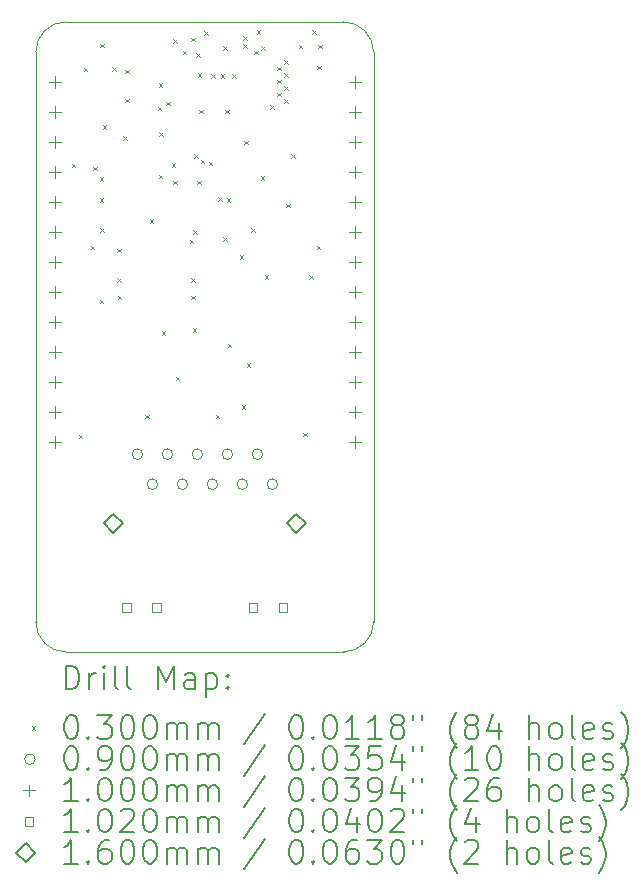
<source format=gbr>
%FSLAX45Y45*%
G04 Gerber Fmt 4.5, Leading zero omitted, Abs format (unit mm)*
G04 Created by KiCad (PCBNEW (6.0.4)) date 2022-11-09 23:24:06*
%MOMM*%
%LPD*%
G01*
G04 APERTURE LIST*
%TA.AperFunction,Profile*%
%ADD10C,0.100000*%
%TD*%
%ADD11C,0.200000*%
%ADD12C,0.030000*%
%ADD13C,0.090000*%
%ADD14C,0.100000*%
%ADD15C,0.102000*%
%ADD16C,0.160000*%
G04 APERTURE END LIST*
D10*
X4726000Y-2540000D02*
X2374000Y-2540000D01*
X2374000Y-2540000D02*
G75*
G03*
X2120000Y-2794000I0J-254000D01*
G01*
X4980000Y-2794000D02*
G75*
G03*
X4726000Y-2540000I-254000J0D01*
G01*
X4726000Y-7874000D02*
G75*
G03*
X4980000Y-7620000I0J254000D01*
G01*
X2120000Y-7620000D02*
G75*
G03*
X2374000Y-7874000I254000J0D01*
G01*
X2120000Y-2794000D02*
X2120000Y-7620000D01*
X2374000Y-7874000D02*
X4726000Y-7874000D01*
X4980000Y-7620000D02*
X4980000Y-2794000D01*
D11*
D12*
X2425000Y-3740050D02*
X2455000Y-3770050D01*
X2455000Y-3740050D02*
X2425000Y-3770050D01*
X2485000Y-6035000D02*
X2515000Y-6065000D01*
X2515000Y-6035000D02*
X2485000Y-6065000D01*
X2527500Y-2926910D02*
X2557500Y-2956910D01*
X2557500Y-2926910D02*
X2527500Y-2956910D01*
X2585000Y-4435000D02*
X2615000Y-4465000D01*
X2615000Y-4435000D02*
X2585000Y-4465000D01*
X2605244Y-3765000D02*
X2635244Y-3795000D01*
X2635244Y-3765000D02*
X2605244Y-3795000D01*
X2660000Y-4035000D02*
X2690000Y-4065000D01*
X2690000Y-4035000D02*
X2660000Y-4065000D01*
X2660000Y-4892550D02*
X2690000Y-4922550D01*
X2690000Y-4892550D02*
X2660000Y-4922550D01*
X2660194Y-3855000D02*
X2690194Y-3885000D01*
X2690194Y-3855000D02*
X2660194Y-3885000D01*
X2665000Y-2725000D02*
X2695000Y-2755000D01*
X2695000Y-2725000D02*
X2665000Y-2755000D01*
X2665000Y-4285000D02*
X2695000Y-4315000D01*
X2695000Y-4285000D02*
X2665000Y-4315000D01*
X2685000Y-3415000D02*
X2715000Y-3445000D01*
X2715000Y-3415000D02*
X2685000Y-3445000D01*
X2765000Y-2925000D02*
X2795000Y-2955000D01*
X2795000Y-2925000D02*
X2765000Y-2955000D01*
X2810000Y-4710000D02*
X2840000Y-4740000D01*
X2840000Y-4710000D02*
X2810000Y-4740000D01*
X2811356Y-4461356D02*
X2841356Y-4491356D01*
X2841356Y-4461356D02*
X2811356Y-4491356D01*
X2813122Y-4860000D02*
X2843122Y-4890000D01*
X2843122Y-4860000D02*
X2813122Y-4890000D01*
X2860000Y-3510000D02*
X2890000Y-3540000D01*
X2890000Y-3510000D02*
X2860000Y-3540000D01*
X2875000Y-2945000D02*
X2905000Y-2975000D01*
X2905000Y-2945000D02*
X2875000Y-2975000D01*
X2878644Y-3188644D02*
X2908644Y-3218644D01*
X2908644Y-3188644D02*
X2878644Y-3218644D01*
X3045000Y-5865000D02*
X3075000Y-5895000D01*
X3075000Y-5865000D02*
X3045000Y-5895000D01*
X3085000Y-4210000D02*
X3115000Y-4240000D01*
X3115000Y-4210000D02*
X3085000Y-4240000D01*
X3151167Y-3259545D02*
X3181167Y-3289545D01*
X3181167Y-3259545D02*
X3151167Y-3289545D01*
X3160000Y-3060000D02*
X3190000Y-3090000D01*
X3190000Y-3060000D02*
X3160000Y-3090000D01*
X3160000Y-3835000D02*
X3190000Y-3865000D01*
X3190000Y-3835000D02*
X3160000Y-3865000D01*
X3165000Y-3475000D02*
X3195000Y-3505000D01*
X3195000Y-3475000D02*
X3165000Y-3505000D01*
X3185000Y-5160000D02*
X3215000Y-5190000D01*
X3215000Y-5160000D02*
X3185000Y-5190000D01*
X3225000Y-3215000D02*
X3255000Y-3245000D01*
X3255000Y-3215000D02*
X3225000Y-3245000D01*
X3270050Y-3735000D02*
X3300050Y-3765000D01*
X3300050Y-3735000D02*
X3270050Y-3765000D01*
X3285000Y-2685000D02*
X3315000Y-2715000D01*
X3315000Y-2685000D02*
X3285000Y-2715000D01*
X3285000Y-3885000D02*
X3315000Y-3915000D01*
X3315000Y-3885000D02*
X3285000Y-3915000D01*
X3305000Y-5545000D02*
X3335000Y-5575000D01*
X3335000Y-5545000D02*
X3305000Y-5575000D01*
X3365000Y-2785000D02*
X3395000Y-2815000D01*
X3395000Y-2785000D02*
X3365000Y-2815000D01*
X3425000Y-4385000D02*
X3455000Y-4415000D01*
X3455000Y-4385000D02*
X3425000Y-4415000D01*
X3435000Y-2675000D02*
X3465000Y-2705000D01*
X3465000Y-2675000D02*
X3435000Y-2705000D01*
X3435000Y-4710000D02*
X3465000Y-4740000D01*
X3465000Y-4710000D02*
X3435000Y-4740000D01*
X3435000Y-4860000D02*
X3465000Y-4890000D01*
X3465000Y-4860000D02*
X3435000Y-4890000D01*
X3448051Y-5133389D02*
X3478051Y-5163389D01*
X3478051Y-5133389D02*
X3448051Y-5163389D01*
X3455000Y-4305000D02*
X3485000Y-4335000D01*
X3485000Y-4305000D02*
X3455000Y-4335000D01*
X3460000Y-3660000D02*
X3490000Y-3690000D01*
X3490000Y-3660000D02*
X3460000Y-3690000D01*
X3479950Y-2805000D02*
X3509950Y-2835000D01*
X3509950Y-2805000D02*
X3479950Y-2835000D01*
X3486354Y-3883815D02*
X3516354Y-3913815D01*
X3516354Y-3883815D02*
X3486354Y-3913815D01*
X3490859Y-2975985D02*
X3520859Y-3005985D01*
X3520859Y-2975985D02*
X3490859Y-3005985D01*
X3505000Y-3285000D02*
X3535000Y-3315000D01*
X3535000Y-3285000D02*
X3505000Y-3315000D01*
X3517519Y-3706580D02*
X3547519Y-3736580D01*
X3547519Y-3706580D02*
X3517519Y-3736580D01*
X3545000Y-2620050D02*
X3575000Y-2650050D01*
X3575000Y-2620050D02*
X3545000Y-2650050D01*
X3585000Y-3725000D02*
X3615000Y-3755000D01*
X3615000Y-3725000D02*
X3585000Y-3755000D01*
X3605000Y-2985000D02*
X3635000Y-3015000D01*
X3635000Y-2985000D02*
X3605000Y-3015000D01*
X3645000Y-5865000D02*
X3675000Y-5895000D01*
X3675000Y-5865000D02*
X3645000Y-5895000D01*
X3665000Y-4025000D02*
X3695000Y-4055000D01*
X3695000Y-4025000D02*
X3665000Y-4055000D01*
X3685000Y-2985000D02*
X3715000Y-3015000D01*
X3715000Y-2985000D02*
X3685000Y-3015000D01*
X3705000Y-2745000D02*
X3735000Y-2775000D01*
X3735000Y-2745000D02*
X3705000Y-2775000D01*
X3705000Y-4365000D02*
X3735000Y-4395000D01*
X3735000Y-4365000D02*
X3705000Y-4395000D01*
X3725000Y-3285000D02*
X3755000Y-3315000D01*
X3755000Y-3285000D02*
X3725000Y-3315000D01*
X3735000Y-4035000D02*
X3765000Y-4065000D01*
X3765000Y-4035000D02*
X3735000Y-4065000D01*
X3745000Y-5265000D02*
X3775000Y-5295000D01*
X3775000Y-5265000D02*
X3745000Y-5295000D01*
X3785000Y-2985000D02*
X3815000Y-3015000D01*
X3815000Y-2985000D02*
X3785000Y-3015000D01*
X3845000Y-4515000D02*
X3875000Y-4545000D01*
X3875000Y-4515000D02*
X3845000Y-4545000D01*
X3865000Y-5785000D02*
X3895000Y-5815000D01*
X3895000Y-5785000D02*
X3865000Y-5815000D01*
X3875000Y-2660000D02*
X3905000Y-2690000D01*
X3905000Y-2660000D02*
X3875000Y-2690000D01*
X3875200Y-2730050D02*
X3905200Y-2760050D01*
X3905200Y-2730050D02*
X3875200Y-2760050D01*
X3885000Y-3547550D02*
X3915000Y-3577550D01*
X3915000Y-3547550D02*
X3885000Y-3577550D01*
X3905000Y-5430000D02*
X3935000Y-5460000D01*
X3935000Y-5430000D02*
X3905000Y-5460000D01*
X3945000Y-4285000D02*
X3975000Y-4315000D01*
X3975000Y-4285000D02*
X3945000Y-4315000D01*
X3970050Y-2785000D02*
X4000050Y-2815000D01*
X4000050Y-2785000D02*
X3970050Y-2815000D01*
X3988856Y-2611144D02*
X4018856Y-2641144D01*
X4018856Y-2611144D02*
X3988856Y-2641144D01*
X4025000Y-3845000D02*
X4055000Y-3875000D01*
X4055000Y-3845000D02*
X4025000Y-3875000D01*
X4028232Y-2746169D02*
X4058232Y-2776169D01*
X4058232Y-2746169D02*
X4028232Y-2776169D01*
X4060000Y-4685000D02*
X4090000Y-4715000D01*
X4090000Y-4685000D02*
X4060000Y-4715000D01*
X4105000Y-3245000D02*
X4135000Y-3275000D01*
X4135000Y-3245000D02*
X4105000Y-3275000D01*
X4165000Y-2920150D02*
X4195000Y-2950150D01*
X4195000Y-2920150D02*
X4165000Y-2950150D01*
X4165000Y-3030050D02*
X4195000Y-3060050D01*
X4195000Y-3030050D02*
X4165000Y-3060050D01*
X4165000Y-3139950D02*
X4195000Y-3169950D01*
X4195000Y-3139950D02*
X4165000Y-3169950D01*
X4225000Y-2865000D02*
X4255000Y-2895000D01*
X4255000Y-2865000D02*
X4225000Y-2895000D01*
X4225000Y-2975100D02*
X4255000Y-3005100D01*
X4255000Y-2975100D02*
X4225000Y-3005100D01*
X4225000Y-3085000D02*
X4255000Y-3115000D01*
X4255000Y-3085000D02*
X4225000Y-3115000D01*
X4225000Y-3194900D02*
X4255000Y-3224900D01*
X4255000Y-3194900D02*
X4225000Y-3224900D01*
X4240000Y-4080000D02*
X4270000Y-4110000D01*
X4270000Y-4080000D02*
X4240000Y-4110000D01*
X4284768Y-3662450D02*
X4314768Y-3692450D01*
X4314768Y-3662450D02*
X4284768Y-3692450D01*
X4345000Y-2735099D02*
X4375000Y-2765099D01*
X4375000Y-2735099D02*
X4345000Y-2765099D01*
X4385000Y-6017498D02*
X4415000Y-6047498D01*
X4415000Y-6017498D02*
X4385000Y-6047498D01*
X4435000Y-4685000D02*
X4465000Y-4715000D01*
X4465000Y-4685000D02*
X4435000Y-4715000D01*
X4460000Y-2610000D02*
X4490000Y-2640000D01*
X4490000Y-2610000D02*
X4460000Y-2640000D01*
X4499950Y-4435000D02*
X4529950Y-4465000D01*
X4529950Y-4435000D02*
X4499950Y-4465000D01*
X4505000Y-2909950D02*
X4535000Y-2939950D01*
X4535000Y-2909950D02*
X4505000Y-2939950D01*
X4510000Y-2735000D02*
X4540000Y-2765000D01*
X4540000Y-2735000D02*
X4510000Y-2765000D01*
D13*
X3025000Y-6200000D02*
G75*
G03*
X3025000Y-6200000I-45000J0D01*
G01*
X3152000Y-6454000D02*
G75*
G03*
X3152000Y-6454000I-45000J0D01*
G01*
X3279000Y-6200000D02*
G75*
G03*
X3279000Y-6200000I-45000J0D01*
G01*
X3406000Y-6454000D02*
G75*
G03*
X3406000Y-6454000I-45000J0D01*
G01*
X3533000Y-6200000D02*
G75*
G03*
X3533000Y-6200000I-45000J0D01*
G01*
X3660000Y-6454000D02*
G75*
G03*
X3660000Y-6454000I-45000J0D01*
G01*
X3787000Y-6200000D02*
G75*
G03*
X3787000Y-6200000I-45000J0D01*
G01*
X3914000Y-6454000D02*
G75*
G03*
X3914000Y-6454000I-45000J0D01*
G01*
X4041000Y-6200000D02*
G75*
G03*
X4041000Y-6200000I-45000J0D01*
G01*
X4168000Y-6454000D02*
G75*
G03*
X4168000Y-6454000I-45000J0D01*
G01*
D14*
X2286000Y-2998000D02*
X2286000Y-3098000D01*
X2236000Y-3048000D02*
X2336000Y-3048000D01*
X2286000Y-3252000D02*
X2286000Y-3352000D01*
X2236000Y-3302000D02*
X2336000Y-3302000D01*
X2286000Y-3506000D02*
X2286000Y-3606000D01*
X2236000Y-3556000D02*
X2336000Y-3556000D01*
X2286000Y-3760000D02*
X2286000Y-3860000D01*
X2236000Y-3810000D02*
X2336000Y-3810000D01*
X2286000Y-4014000D02*
X2286000Y-4114000D01*
X2236000Y-4064000D02*
X2336000Y-4064000D01*
X2286000Y-4268000D02*
X2286000Y-4368000D01*
X2236000Y-4318000D02*
X2336000Y-4318000D01*
X2286000Y-4522000D02*
X2286000Y-4622000D01*
X2236000Y-4572000D02*
X2336000Y-4572000D01*
X2286000Y-4776000D02*
X2286000Y-4876000D01*
X2236000Y-4826000D02*
X2336000Y-4826000D01*
X2286000Y-5030000D02*
X2286000Y-5130000D01*
X2236000Y-5080000D02*
X2336000Y-5080000D01*
X2286000Y-5284000D02*
X2286000Y-5384000D01*
X2236000Y-5334000D02*
X2336000Y-5334000D01*
X2286000Y-5538000D02*
X2286000Y-5638000D01*
X2236000Y-5588000D02*
X2336000Y-5588000D01*
X2286000Y-5792000D02*
X2286000Y-5892000D01*
X2236000Y-5842000D02*
X2336000Y-5842000D01*
X2286000Y-6046000D02*
X2286000Y-6146000D01*
X2236000Y-6096000D02*
X2336000Y-6096000D01*
X4826000Y-2998000D02*
X4826000Y-3098000D01*
X4776000Y-3048000D02*
X4876000Y-3048000D01*
X4826000Y-3252000D02*
X4826000Y-3352000D01*
X4776000Y-3302000D02*
X4876000Y-3302000D01*
X4826000Y-3506000D02*
X4826000Y-3606000D01*
X4776000Y-3556000D02*
X4876000Y-3556000D01*
X4826000Y-3760000D02*
X4826000Y-3860000D01*
X4776000Y-3810000D02*
X4876000Y-3810000D01*
X4826000Y-4014000D02*
X4826000Y-4114000D01*
X4776000Y-4064000D02*
X4876000Y-4064000D01*
X4826000Y-4268000D02*
X4826000Y-4368000D01*
X4776000Y-4318000D02*
X4876000Y-4318000D01*
X4826000Y-4522000D02*
X4826000Y-4622000D01*
X4776000Y-4572000D02*
X4876000Y-4572000D01*
X4826000Y-4776000D02*
X4826000Y-4876000D01*
X4776000Y-4826000D02*
X4876000Y-4826000D01*
X4826000Y-5030000D02*
X4826000Y-5130000D01*
X4776000Y-5080000D02*
X4876000Y-5080000D01*
X4826000Y-5284000D02*
X4826000Y-5384000D01*
X4776000Y-5334000D02*
X4876000Y-5334000D01*
X4826000Y-5538000D02*
X4826000Y-5638000D01*
X4776000Y-5588000D02*
X4876000Y-5588000D01*
X4826000Y-5792000D02*
X4826000Y-5892000D01*
X4776000Y-5842000D02*
X4876000Y-5842000D01*
X4826000Y-6046000D02*
X4826000Y-6146000D01*
X4776000Y-6096000D02*
X4876000Y-6096000D01*
D15*
X2924563Y-7533063D02*
X2924563Y-7460937D01*
X2852437Y-7460937D01*
X2852437Y-7533063D01*
X2924563Y-7533063D01*
X3178563Y-7533063D02*
X3178563Y-7460937D01*
X3106437Y-7460937D01*
X3106437Y-7533063D01*
X3178563Y-7533063D01*
X3996563Y-7533063D02*
X3996563Y-7460937D01*
X3924437Y-7460937D01*
X3924437Y-7533063D01*
X3996563Y-7533063D01*
X4250563Y-7533063D02*
X4250563Y-7460937D01*
X4178437Y-7460937D01*
X4178437Y-7533063D01*
X4250563Y-7533063D01*
D16*
X2777000Y-6864000D02*
X2857000Y-6784000D01*
X2777000Y-6704000D01*
X2697000Y-6784000D01*
X2777000Y-6864000D01*
X4326000Y-6864000D02*
X4406000Y-6784000D01*
X4326000Y-6704000D01*
X4246000Y-6784000D01*
X4326000Y-6864000D01*
D11*
X2372619Y-8189476D02*
X2372619Y-7989476D01*
X2420238Y-7989476D01*
X2448810Y-7999000D01*
X2467857Y-8018048D01*
X2477381Y-8037095D01*
X2486905Y-8075190D01*
X2486905Y-8103762D01*
X2477381Y-8141857D01*
X2467857Y-8160905D01*
X2448810Y-8179952D01*
X2420238Y-8189476D01*
X2372619Y-8189476D01*
X2572619Y-8189476D02*
X2572619Y-8056143D01*
X2572619Y-8094238D02*
X2582143Y-8075190D01*
X2591667Y-8065667D01*
X2610714Y-8056143D01*
X2629762Y-8056143D01*
X2696429Y-8189476D02*
X2696429Y-8056143D01*
X2696429Y-7989476D02*
X2686905Y-7999000D01*
X2696429Y-8008524D01*
X2705952Y-7999000D01*
X2696429Y-7989476D01*
X2696429Y-8008524D01*
X2820238Y-8189476D02*
X2801190Y-8179952D01*
X2791667Y-8160905D01*
X2791667Y-7989476D01*
X2925000Y-8189476D02*
X2905952Y-8179952D01*
X2896428Y-8160905D01*
X2896428Y-7989476D01*
X3153571Y-8189476D02*
X3153571Y-7989476D01*
X3220238Y-8132333D01*
X3286905Y-7989476D01*
X3286905Y-8189476D01*
X3467857Y-8189476D02*
X3467857Y-8084714D01*
X3458333Y-8065667D01*
X3439286Y-8056143D01*
X3401190Y-8056143D01*
X3382143Y-8065667D01*
X3467857Y-8179952D02*
X3448809Y-8189476D01*
X3401190Y-8189476D01*
X3382143Y-8179952D01*
X3372619Y-8160905D01*
X3372619Y-8141857D01*
X3382143Y-8122809D01*
X3401190Y-8113286D01*
X3448809Y-8113286D01*
X3467857Y-8103762D01*
X3563095Y-8056143D02*
X3563095Y-8256143D01*
X3563095Y-8065667D02*
X3582143Y-8056143D01*
X3620238Y-8056143D01*
X3639286Y-8065667D01*
X3648809Y-8075190D01*
X3658333Y-8094238D01*
X3658333Y-8151381D01*
X3648809Y-8170428D01*
X3639286Y-8179952D01*
X3620238Y-8189476D01*
X3582143Y-8189476D01*
X3563095Y-8179952D01*
X3744048Y-8170428D02*
X3753571Y-8179952D01*
X3744048Y-8189476D01*
X3734524Y-8179952D01*
X3744048Y-8170428D01*
X3744048Y-8189476D01*
X3744048Y-8065667D02*
X3753571Y-8075190D01*
X3744048Y-8084714D01*
X3734524Y-8075190D01*
X3744048Y-8065667D01*
X3744048Y-8084714D01*
D12*
X2085000Y-8504000D02*
X2115000Y-8534000D01*
X2115000Y-8504000D02*
X2085000Y-8534000D01*
D11*
X2410714Y-8409476D02*
X2429762Y-8409476D01*
X2448810Y-8419000D01*
X2458333Y-8428524D01*
X2467857Y-8447571D01*
X2477381Y-8485667D01*
X2477381Y-8533286D01*
X2467857Y-8571381D01*
X2458333Y-8590429D01*
X2448810Y-8599952D01*
X2429762Y-8609476D01*
X2410714Y-8609476D01*
X2391667Y-8599952D01*
X2382143Y-8590429D01*
X2372619Y-8571381D01*
X2363095Y-8533286D01*
X2363095Y-8485667D01*
X2372619Y-8447571D01*
X2382143Y-8428524D01*
X2391667Y-8419000D01*
X2410714Y-8409476D01*
X2563095Y-8590429D02*
X2572619Y-8599952D01*
X2563095Y-8609476D01*
X2553571Y-8599952D01*
X2563095Y-8590429D01*
X2563095Y-8609476D01*
X2639286Y-8409476D02*
X2763095Y-8409476D01*
X2696429Y-8485667D01*
X2725000Y-8485667D01*
X2744048Y-8495190D01*
X2753571Y-8504714D01*
X2763095Y-8523762D01*
X2763095Y-8571381D01*
X2753571Y-8590429D01*
X2744048Y-8599952D01*
X2725000Y-8609476D01*
X2667857Y-8609476D01*
X2648810Y-8599952D01*
X2639286Y-8590429D01*
X2886905Y-8409476D02*
X2905952Y-8409476D01*
X2925000Y-8419000D01*
X2934524Y-8428524D01*
X2944048Y-8447571D01*
X2953571Y-8485667D01*
X2953571Y-8533286D01*
X2944048Y-8571381D01*
X2934524Y-8590429D01*
X2925000Y-8599952D01*
X2905952Y-8609476D01*
X2886905Y-8609476D01*
X2867857Y-8599952D01*
X2858333Y-8590429D01*
X2848809Y-8571381D01*
X2839286Y-8533286D01*
X2839286Y-8485667D01*
X2848809Y-8447571D01*
X2858333Y-8428524D01*
X2867857Y-8419000D01*
X2886905Y-8409476D01*
X3077381Y-8409476D02*
X3096428Y-8409476D01*
X3115476Y-8419000D01*
X3125000Y-8428524D01*
X3134524Y-8447571D01*
X3144048Y-8485667D01*
X3144048Y-8533286D01*
X3134524Y-8571381D01*
X3125000Y-8590429D01*
X3115476Y-8599952D01*
X3096428Y-8609476D01*
X3077381Y-8609476D01*
X3058333Y-8599952D01*
X3048809Y-8590429D01*
X3039286Y-8571381D01*
X3029762Y-8533286D01*
X3029762Y-8485667D01*
X3039286Y-8447571D01*
X3048809Y-8428524D01*
X3058333Y-8419000D01*
X3077381Y-8409476D01*
X3229762Y-8609476D02*
X3229762Y-8476143D01*
X3229762Y-8495190D02*
X3239286Y-8485667D01*
X3258333Y-8476143D01*
X3286905Y-8476143D01*
X3305952Y-8485667D01*
X3315476Y-8504714D01*
X3315476Y-8609476D01*
X3315476Y-8504714D02*
X3325000Y-8485667D01*
X3344048Y-8476143D01*
X3372619Y-8476143D01*
X3391667Y-8485667D01*
X3401190Y-8504714D01*
X3401190Y-8609476D01*
X3496428Y-8609476D02*
X3496428Y-8476143D01*
X3496428Y-8495190D02*
X3505952Y-8485667D01*
X3525000Y-8476143D01*
X3553571Y-8476143D01*
X3572619Y-8485667D01*
X3582143Y-8504714D01*
X3582143Y-8609476D01*
X3582143Y-8504714D02*
X3591667Y-8485667D01*
X3610714Y-8476143D01*
X3639286Y-8476143D01*
X3658333Y-8485667D01*
X3667857Y-8504714D01*
X3667857Y-8609476D01*
X4058333Y-8399952D02*
X3886905Y-8657095D01*
X4315476Y-8409476D02*
X4334524Y-8409476D01*
X4353571Y-8419000D01*
X4363095Y-8428524D01*
X4372619Y-8447571D01*
X4382143Y-8485667D01*
X4382143Y-8533286D01*
X4372619Y-8571381D01*
X4363095Y-8590429D01*
X4353571Y-8599952D01*
X4334524Y-8609476D01*
X4315476Y-8609476D01*
X4296429Y-8599952D01*
X4286905Y-8590429D01*
X4277381Y-8571381D01*
X4267857Y-8533286D01*
X4267857Y-8485667D01*
X4277381Y-8447571D01*
X4286905Y-8428524D01*
X4296429Y-8419000D01*
X4315476Y-8409476D01*
X4467857Y-8590429D02*
X4477381Y-8599952D01*
X4467857Y-8609476D01*
X4458333Y-8599952D01*
X4467857Y-8590429D01*
X4467857Y-8609476D01*
X4601190Y-8409476D02*
X4620238Y-8409476D01*
X4639286Y-8419000D01*
X4648810Y-8428524D01*
X4658333Y-8447571D01*
X4667857Y-8485667D01*
X4667857Y-8533286D01*
X4658333Y-8571381D01*
X4648810Y-8590429D01*
X4639286Y-8599952D01*
X4620238Y-8609476D01*
X4601190Y-8609476D01*
X4582143Y-8599952D01*
X4572619Y-8590429D01*
X4563095Y-8571381D01*
X4553571Y-8533286D01*
X4553571Y-8485667D01*
X4563095Y-8447571D01*
X4572619Y-8428524D01*
X4582143Y-8419000D01*
X4601190Y-8409476D01*
X4858333Y-8609476D02*
X4744048Y-8609476D01*
X4801190Y-8609476D02*
X4801190Y-8409476D01*
X4782143Y-8438048D01*
X4763095Y-8457095D01*
X4744048Y-8466619D01*
X5048810Y-8609476D02*
X4934524Y-8609476D01*
X4991667Y-8609476D02*
X4991667Y-8409476D01*
X4972619Y-8438048D01*
X4953571Y-8457095D01*
X4934524Y-8466619D01*
X5163095Y-8495190D02*
X5144048Y-8485667D01*
X5134524Y-8476143D01*
X5125000Y-8457095D01*
X5125000Y-8447571D01*
X5134524Y-8428524D01*
X5144048Y-8419000D01*
X5163095Y-8409476D01*
X5201190Y-8409476D01*
X5220238Y-8419000D01*
X5229762Y-8428524D01*
X5239286Y-8447571D01*
X5239286Y-8457095D01*
X5229762Y-8476143D01*
X5220238Y-8485667D01*
X5201190Y-8495190D01*
X5163095Y-8495190D01*
X5144048Y-8504714D01*
X5134524Y-8514238D01*
X5125000Y-8533286D01*
X5125000Y-8571381D01*
X5134524Y-8590429D01*
X5144048Y-8599952D01*
X5163095Y-8609476D01*
X5201190Y-8609476D01*
X5220238Y-8599952D01*
X5229762Y-8590429D01*
X5239286Y-8571381D01*
X5239286Y-8533286D01*
X5229762Y-8514238D01*
X5220238Y-8504714D01*
X5201190Y-8495190D01*
X5315476Y-8409476D02*
X5315476Y-8447571D01*
X5391667Y-8409476D02*
X5391667Y-8447571D01*
X5686905Y-8685667D02*
X5677381Y-8676143D01*
X5658333Y-8647571D01*
X5648809Y-8628524D01*
X5639286Y-8599952D01*
X5629762Y-8552333D01*
X5629762Y-8514238D01*
X5639286Y-8466619D01*
X5648809Y-8438048D01*
X5658333Y-8419000D01*
X5677381Y-8390429D01*
X5686905Y-8380905D01*
X5791667Y-8495190D02*
X5772619Y-8485667D01*
X5763095Y-8476143D01*
X5753571Y-8457095D01*
X5753571Y-8447571D01*
X5763095Y-8428524D01*
X5772619Y-8419000D01*
X5791667Y-8409476D01*
X5829762Y-8409476D01*
X5848809Y-8419000D01*
X5858333Y-8428524D01*
X5867857Y-8447571D01*
X5867857Y-8457095D01*
X5858333Y-8476143D01*
X5848809Y-8485667D01*
X5829762Y-8495190D01*
X5791667Y-8495190D01*
X5772619Y-8504714D01*
X5763095Y-8514238D01*
X5753571Y-8533286D01*
X5753571Y-8571381D01*
X5763095Y-8590429D01*
X5772619Y-8599952D01*
X5791667Y-8609476D01*
X5829762Y-8609476D01*
X5848809Y-8599952D01*
X5858333Y-8590429D01*
X5867857Y-8571381D01*
X5867857Y-8533286D01*
X5858333Y-8514238D01*
X5848809Y-8504714D01*
X5829762Y-8495190D01*
X6039286Y-8476143D02*
X6039286Y-8609476D01*
X5991667Y-8399952D02*
X5944048Y-8542810D01*
X6067857Y-8542810D01*
X6296428Y-8609476D02*
X6296428Y-8409476D01*
X6382143Y-8609476D02*
X6382143Y-8504714D01*
X6372619Y-8485667D01*
X6353571Y-8476143D01*
X6325000Y-8476143D01*
X6305952Y-8485667D01*
X6296428Y-8495190D01*
X6505952Y-8609476D02*
X6486905Y-8599952D01*
X6477381Y-8590429D01*
X6467857Y-8571381D01*
X6467857Y-8514238D01*
X6477381Y-8495190D01*
X6486905Y-8485667D01*
X6505952Y-8476143D01*
X6534524Y-8476143D01*
X6553571Y-8485667D01*
X6563095Y-8495190D01*
X6572619Y-8514238D01*
X6572619Y-8571381D01*
X6563095Y-8590429D01*
X6553571Y-8599952D01*
X6534524Y-8609476D01*
X6505952Y-8609476D01*
X6686905Y-8609476D02*
X6667857Y-8599952D01*
X6658333Y-8580905D01*
X6658333Y-8409476D01*
X6839286Y-8599952D02*
X6820238Y-8609476D01*
X6782143Y-8609476D01*
X6763095Y-8599952D01*
X6753571Y-8580905D01*
X6753571Y-8504714D01*
X6763095Y-8485667D01*
X6782143Y-8476143D01*
X6820238Y-8476143D01*
X6839286Y-8485667D01*
X6848809Y-8504714D01*
X6848809Y-8523762D01*
X6753571Y-8542810D01*
X6925000Y-8599952D02*
X6944048Y-8609476D01*
X6982143Y-8609476D01*
X7001190Y-8599952D01*
X7010714Y-8580905D01*
X7010714Y-8571381D01*
X7001190Y-8552333D01*
X6982143Y-8542810D01*
X6953571Y-8542810D01*
X6934524Y-8533286D01*
X6925000Y-8514238D01*
X6925000Y-8504714D01*
X6934524Y-8485667D01*
X6953571Y-8476143D01*
X6982143Y-8476143D01*
X7001190Y-8485667D01*
X7077381Y-8685667D02*
X7086905Y-8676143D01*
X7105952Y-8647571D01*
X7115476Y-8628524D01*
X7125000Y-8599952D01*
X7134524Y-8552333D01*
X7134524Y-8514238D01*
X7125000Y-8466619D01*
X7115476Y-8438048D01*
X7105952Y-8419000D01*
X7086905Y-8390429D01*
X7077381Y-8380905D01*
D13*
X2115000Y-8783000D02*
G75*
G03*
X2115000Y-8783000I-45000J0D01*
G01*
D11*
X2410714Y-8673476D02*
X2429762Y-8673476D01*
X2448810Y-8683000D01*
X2458333Y-8692524D01*
X2467857Y-8711571D01*
X2477381Y-8749667D01*
X2477381Y-8797286D01*
X2467857Y-8835381D01*
X2458333Y-8854429D01*
X2448810Y-8863952D01*
X2429762Y-8873476D01*
X2410714Y-8873476D01*
X2391667Y-8863952D01*
X2382143Y-8854429D01*
X2372619Y-8835381D01*
X2363095Y-8797286D01*
X2363095Y-8749667D01*
X2372619Y-8711571D01*
X2382143Y-8692524D01*
X2391667Y-8683000D01*
X2410714Y-8673476D01*
X2563095Y-8854429D02*
X2572619Y-8863952D01*
X2563095Y-8873476D01*
X2553571Y-8863952D01*
X2563095Y-8854429D01*
X2563095Y-8873476D01*
X2667857Y-8873476D02*
X2705952Y-8873476D01*
X2725000Y-8863952D01*
X2734524Y-8854429D01*
X2753571Y-8825857D01*
X2763095Y-8787762D01*
X2763095Y-8711571D01*
X2753571Y-8692524D01*
X2744048Y-8683000D01*
X2725000Y-8673476D01*
X2686905Y-8673476D01*
X2667857Y-8683000D01*
X2658333Y-8692524D01*
X2648810Y-8711571D01*
X2648810Y-8759190D01*
X2658333Y-8778238D01*
X2667857Y-8787762D01*
X2686905Y-8797286D01*
X2725000Y-8797286D01*
X2744048Y-8787762D01*
X2753571Y-8778238D01*
X2763095Y-8759190D01*
X2886905Y-8673476D02*
X2905952Y-8673476D01*
X2925000Y-8683000D01*
X2934524Y-8692524D01*
X2944048Y-8711571D01*
X2953571Y-8749667D01*
X2953571Y-8797286D01*
X2944048Y-8835381D01*
X2934524Y-8854429D01*
X2925000Y-8863952D01*
X2905952Y-8873476D01*
X2886905Y-8873476D01*
X2867857Y-8863952D01*
X2858333Y-8854429D01*
X2848809Y-8835381D01*
X2839286Y-8797286D01*
X2839286Y-8749667D01*
X2848809Y-8711571D01*
X2858333Y-8692524D01*
X2867857Y-8683000D01*
X2886905Y-8673476D01*
X3077381Y-8673476D02*
X3096428Y-8673476D01*
X3115476Y-8683000D01*
X3125000Y-8692524D01*
X3134524Y-8711571D01*
X3144048Y-8749667D01*
X3144048Y-8797286D01*
X3134524Y-8835381D01*
X3125000Y-8854429D01*
X3115476Y-8863952D01*
X3096428Y-8873476D01*
X3077381Y-8873476D01*
X3058333Y-8863952D01*
X3048809Y-8854429D01*
X3039286Y-8835381D01*
X3029762Y-8797286D01*
X3029762Y-8749667D01*
X3039286Y-8711571D01*
X3048809Y-8692524D01*
X3058333Y-8683000D01*
X3077381Y-8673476D01*
X3229762Y-8873476D02*
X3229762Y-8740143D01*
X3229762Y-8759190D02*
X3239286Y-8749667D01*
X3258333Y-8740143D01*
X3286905Y-8740143D01*
X3305952Y-8749667D01*
X3315476Y-8768714D01*
X3315476Y-8873476D01*
X3315476Y-8768714D02*
X3325000Y-8749667D01*
X3344048Y-8740143D01*
X3372619Y-8740143D01*
X3391667Y-8749667D01*
X3401190Y-8768714D01*
X3401190Y-8873476D01*
X3496428Y-8873476D02*
X3496428Y-8740143D01*
X3496428Y-8759190D02*
X3505952Y-8749667D01*
X3525000Y-8740143D01*
X3553571Y-8740143D01*
X3572619Y-8749667D01*
X3582143Y-8768714D01*
X3582143Y-8873476D01*
X3582143Y-8768714D02*
X3591667Y-8749667D01*
X3610714Y-8740143D01*
X3639286Y-8740143D01*
X3658333Y-8749667D01*
X3667857Y-8768714D01*
X3667857Y-8873476D01*
X4058333Y-8663952D02*
X3886905Y-8921095D01*
X4315476Y-8673476D02*
X4334524Y-8673476D01*
X4353571Y-8683000D01*
X4363095Y-8692524D01*
X4372619Y-8711571D01*
X4382143Y-8749667D01*
X4382143Y-8797286D01*
X4372619Y-8835381D01*
X4363095Y-8854429D01*
X4353571Y-8863952D01*
X4334524Y-8873476D01*
X4315476Y-8873476D01*
X4296429Y-8863952D01*
X4286905Y-8854429D01*
X4277381Y-8835381D01*
X4267857Y-8797286D01*
X4267857Y-8749667D01*
X4277381Y-8711571D01*
X4286905Y-8692524D01*
X4296429Y-8683000D01*
X4315476Y-8673476D01*
X4467857Y-8854429D02*
X4477381Y-8863952D01*
X4467857Y-8873476D01*
X4458333Y-8863952D01*
X4467857Y-8854429D01*
X4467857Y-8873476D01*
X4601190Y-8673476D02*
X4620238Y-8673476D01*
X4639286Y-8683000D01*
X4648810Y-8692524D01*
X4658333Y-8711571D01*
X4667857Y-8749667D01*
X4667857Y-8797286D01*
X4658333Y-8835381D01*
X4648810Y-8854429D01*
X4639286Y-8863952D01*
X4620238Y-8873476D01*
X4601190Y-8873476D01*
X4582143Y-8863952D01*
X4572619Y-8854429D01*
X4563095Y-8835381D01*
X4553571Y-8797286D01*
X4553571Y-8749667D01*
X4563095Y-8711571D01*
X4572619Y-8692524D01*
X4582143Y-8683000D01*
X4601190Y-8673476D01*
X4734524Y-8673476D02*
X4858333Y-8673476D01*
X4791667Y-8749667D01*
X4820238Y-8749667D01*
X4839286Y-8759190D01*
X4848810Y-8768714D01*
X4858333Y-8787762D01*
X4858333Y-8835381D01*
X4848810Y-8854429D01*
X4839286Y-8863952D01*
X4820238Y-8873476D01*
X4763095Y-8873476D01*
X4744048Y-8863952D01*
X4734524Y-8854429D01*
X5039286Y-8673476D02*
X4944048Y-8673476D01*
X4934524Y-8768714D01*
X4944048Y-8759190D01*
X4963095Y-8749667D01*
X5010714Y-8749667D01*
X5029762Y-8759190D01*
X5039286Y-8768714D01*
X5048810Y-8787762D01*
X5048810Y-8835381D01*
X5039286Y-8854429D01*
X5029762Y-8863952D01*
X5010714Y-8873476D01*
X4963095Y-8873476D01*
X4944048Y-8863952D01*
X4934524Y-8854429D01*
X5220238Y-8740143D02*
X5220238Y-8873476D01*
X5172619Y-8663952D02*
X5125000Y-8806810D01*
X5248810Y-8806810D01*
X5315476Y-8673476D02*
X5315476Y-8711571D01*
X5391667Y-8673476D02*
X5391667Y-8711571D01*
X5686905Y-8949667D02*
X5677381Y-8940143D01*
X5658333Y-8911571D01*
X5648809Y-8892524D01*
X5639286Y-8863952D01*
X5629762Y-8816333D01*
X5629762Y-8778238D01*
X5639286Y-8730619D01*
X5648809Y-8702048D01*
X5658333Y-8683000D01*
X5677381Y-8654429D01*
X5686905Y-8644905D01*
X5867857Y-8873476D02*
X5753571Y-8873476D01*
X5810714Y-8873476D02*
X5810714Y-8673476D01*
X5791667Y-8702048D01*
X5772619Y-8721095D01*
X5753571Y-8730619D01*
X5991667Y-8673476D02*
X6010714Y-8673476D01*
X6029762Y-8683000D01*
X6039286Y-8692524D01*
X6048809Y-8711571D01*
X6058333Y-8749667D01*
X6058333Y-8797286D01*
X6048809Y-8835381D01*
X6039286Y-8854429D01*
X6029762Y-8863952D01*
X6010714Y-8873476D01*
X5991667Y-8873476D01*
X5972619Y-8863952D01*
X5963095Y-8854429D01*
X5953571Y-8835381D01*
X5944048Y-8797286D01*
X5944048Y-8749667D01*
X5953571Y-8711571D01*
X5963095Y-8692524D01*
X5972619Y-8683000D01*
X5991667Y-8673476D01*
X6296428Y-8873476D02*
X6296428Y-8673476D01*
X6382143Y-8873476D02*
X6382143Y-8768714D01*
X6372619Y-8749667D01*
X6353571Y-8740143D01*
X6325000Y-8740143D01*
X6305952Y-8749667D01*
X6296428Y-8759190D01*
X6505952Y-8873476D02*
X6486905Y-8863952D01*
X6477381Y-8854429D01*
X6467857Y-8835381D01*
X6467857Y-8778238D01*
X6477381Y-8759190D01*
X6486905Y-8749667D01*
X6505952Y-8740143D01*
X6534524Y-8740143D01*
X6553571Y-8749667D01*
X6563095Y-8759190D01*
X6572619Y-8778238D01*
X6572619Y-8835381D01*
X6563095Y-8854429D01*
X6553571Y-8863952D01*
X6534524Y-8873476D01*
X6505952Y-8873476D01*
X6686905Y-8873476D02*
X6667857Y-8863952D01*
X6658333Y-8844905D01*
X6658333Y-8673476D01*
X6839286Y-8863952D02*
X6820238Y-8873476D01*
X6782143Y-8873476D01*
X6763095Y-8863952D01*
X6753571Y-8844905D01*
X6753571Y-8768714D01*
X6763095Y-8749667D01*
X6782143Y-8740143D01*
X6820238Y-8740143D01*
X6839286Y-8749667D01*
X6848809Y-8768714D01*
X6848809Y-8787762D01*
X6753571Y-8806810D01*
X6925000Y-8863952D02*
X6944048Y-8873476D01*
X6982143Y-8873476D01*
X7001190Y-8863952D01*
X7010714Y-8844905D01*
X7010714Y-8835381D01*
X7001190Y-8816333D01*
X6982143Y-8806810D01*
X6953571Y-8806810D01*
X6934524Y-8797286D01*
X6925000Y-8778238D01*
X6925000Y-8768714D01*
X6934524Y-8749667D01*
X6953571Y-8740143D01*
X6982143Y-8740143D01*
X7001190Y-8749667D01*
X7077381Y-8949667D02*
X7086905Y-8940143D01*
X7105952Y-8911571D01*
X7115476Y-8892524D01*
X7125000Y-8863952D01*
X7134524Y-8816333D01*
X7134524Y-8778238D01*
X7125000Y-8730619D01*
X7115476Y-8702048D01*
X7105952Y-8683000D01*
X7086905Y-8654429D01*
X7077381Y-8644905D01*
D14*
X2065000Y-8997000D02*
X2065000Y-9097000D01*
X2015000Y-9047000D02*
X2115000Y-9047000D01*
D11*
X2477381Y-9137476D02*
X2363095Y-9137476D01*
X2420238Y-9137476D02*
X2420238Y-8937476D01*
X2401190Y-8966048D01*
X2382143Y-8985095D01*
X2363095Y-8994619D01*
X2563095Y-9118429D02*
X2572619Y-9127952D01*
X2563095Y-9137476D01*
X2553571Y-9127952D01*
X2563095Y-9118429D01*
X2563095Y-9137476D01*
X2696429Y-8937476D02*
X2715476Y-8937476D01*
X2734524Y-8947000D01*
X2744048Y-8956524D01*
X2753571Y-8975571D01*
X2763095Y-9013667D01*
X2763095Y-9061286D01*
X2753571Y-9099381D01*
X2744048Y-9118429D01*
X2734524Y-9127952D01*
X2715476Y-9137476D01*
X2696429Y-9137476D01*
X2677381Y-9127952D01*
X2667857Y-9118429D01*
X2658333Y-9099381D01*
X2648810Y-9061286D01*
X2648810Y-9013667D01*
X2658333Y-8975571D01*
X2667857Y-8956524D01*
X2677381Y-8947000D01*
X2696429Y-8937476D01*
X2886905Y-8937476D02*
X2905952Y-8937476D01*
X2925000Y-8947000D01*
X2934524Y-8956524D01*
X2944048Y-8975571D01*
X2953571Y-9013667D01*
X2953571Y-9061286D01*
X2944048Y-9099381D01*
X2934524Y-9118429D01*
X2925000Y-9127952D01*
X2905952Y-9137476D01*
X2886905Y-9137476D01*
X2867857Y-9127952D01*
X2858333Y-9118429D01*
X2848809Y-9099381D01*
X2839286Y-9061286D01*
X2839286Y-9013667D01*
X2848809Y-8975571D01*
X2858333Y-8956524D01*
X2867857Y-8947000D01*
X2886905Y-8937476D01*
X3077381Y-8937476D02*
X3096428Y-8937476D01*
X3115476Y-8947000D01*
X3125000Y-8956524D01*
X3134524Y-8975571D01*
X3144048Y-9013667D01*
X3144048Y-9061286D01*
X3134524Y-9099381D01*
X3125000Y-9118429D01*
X3115476Y-9127952D01*
X3096428Y-9137476D01*
X3077381Y-9137476D01*
X3058333Y-9127952D01*
X3048809Y-9118429D01*
X3039286Y-9099381D01*
X3029762Y-9061286D01*
X3029762Y-9013667D01*
X3039286Y-8975571D01*
X3048809Y-8956524D01*
X3058333Y-8947000D01*
X3077381Y-8937476D01*
X3229762Y-9137476D02*
X3229762Y-9004143D01*
X3229762Y-9023190D02*
X3239286Y-9013667D01*
X3258333Y-9004143D01*
X3286905Y-9004143D01*
X3305952Y-9013667D01*
X3315476Y-9032714D01*
X3315476Y-9137476D01*
X3315476Y-9032714D02*
X3325000Y-9013667D01*
X3344048Y-9004143D01*
X3372619Y-9004143D01*
X3391667Y-9013667D01*
X3401190Y-9032714D01*
X3401190Y-9137476D01*
X3496428Y-9137476D02*
X3496428Y-9004143D01*
X3496428Y-9023190D02*
X3505952Y-9013667D01*
X3525000Y-9004143D01*
X3553571Y-9004143D01*
X3572619Y-9013667D01*
X3582143Y-9032714D01*
X3582143Y-9137476D01*
X3582143Y-9032714D02*
X3591667Y-9013667D01*
X3610714Y-9004143D01*
X3639286Y-9004143D01*
X3658333Y-9013667D01*
X3667857Y-9032714D01*
X3667857Y-9137476D01*
X4058333Y-8927952D02*
X3886905Y-9185095D01*
X4315476Y-8937476D02*
X4334524Y-8937476D01*
X4353571Y-8947000D01*
X4363095Y-8956524D01*
X4372619Y-8975571D01*
X4382143Y-9013667D01*
X4382143Y-9061286D01*
X4372619Y-9099381D01*
X4363095Y-9118429D01*
X4353571Y-9127952D01*
X4334524Y-9137476D01*
X4315476Y-9137476D01*
X4296429Y-9127952D01*
X4286905Y-9118429D01*
X4277381Y-9099381D01*
X4267857Y-9061286D01*
X4267857Y-9013667D01*
X4277381Y-8975571D01*
X4286905Y-8956524D01*
X4296429Y-8947000D01*
X4315476Y-8937476D01*
X4467857Y-9118429D02*
X4477381Y-9127952D01*
X4467857Y-9137476D01*
X4458333Y-9127952D01*
X4467857Y-9118429D01*
X4467857Y-9137476D01*
X4601190Y-8937476D02*
X4620238Y-8937476D01*
X4639286Y-8947000D01*
X4648810Y-8956524D01*
X4658333Y-8975571D01*
X4667857Y-9013667D01*
X4667857Y-9061286D01*
X4658333Y-9099381D01*
X4648810Y-9118429D01*
X4639286Y-9127952D01*
X4620238Y-9137476D01*
X4601190Y-9137476D01*
X4582143Y-9127952D01*
X4572619Y-9118429D01*
X4563095Y-9099381D01*
X4553571Y-9061286D01*
X4553571Y-9013667D01*
X4563095Y-8975571D01*
X4572619Y-8956524D01*
X4582143Y-8947000D01*
X4601190Y-8937476D01*
X4734524Y-8937476D02*
X4858333Y-8937476D01*
X4791667Y-9013667D01*
X4820238Y-9013667D01*
X4839286Y-9023190D01*
X4848810Y-9032714D01*
X4858333Y-9051762D01*
X4858333Y-9099381D01*
X4848810Y-9118429D01*
X4839286Y-9127952D01*
X4820238Y-9137476D01*
X4763095Y-9137476D01*
X4744048Y-9127952D01*
X4734524Y-9118429D01*
X4953571Y-9137476D02*
X4991667Y-9137476D01*
X5010714Y-9127952D01*
X5020238Y-9118429D01*
X5039286Y-9089857D01*
X5048810Y-9051762D01*
X5048810Y-8975571D01*
X5039286Y-8956524D01*
X5029762Y-8947000D01*
X5010714Y-8937476D01*
X4972619Y-8937476D01*
X4953571Y-8947000D01*
X4944048Y-8956524D01*
X4934524Y-8975571D01*
X4934524Y-9023190D01*
X4944048Y-9042238D01*
X4953571Y-9051762D01*
X4972619Y-9061286D01*
X5010714Y-9061286D01*
X5029762Y-9051762D01*
X5039286Y-9042238D01*
X5048810Y-9023190D01*
X5220238Y-9004143D02*
X5220238Y-9137476D01*
X5172619Y-8927952D02*
X5125000Y-9070810D01*
X5248810Y-9070810D01*
X5315476Y-8937476D02*
X5315476Y-8975571D01*
X5391667Y-8937476D02*
X5391667Y-8975571D01*
X5686905Y-9213667D02*
X5677381Y-9204143D01*
X5658333Y-9175571D01*
X5648809Y-9156524D01*
X5639286Y-9127952D01*
X5629762Y-9080333D01*
X5629762Y-9042238D01*
X5639286Y-8994619D01*
X5648809Y-8966048D01*
X5658333Y-8947000D01*
X5677381Y-8918429D01*
X5686905Y-8908905D01*
X5753571Y-8956524D02*
X5763095Y-8947000D01*
X5782143Y-8937476D01*
X5829762Y-8937476D01*
X5848809Y-8947000D01*
X5858333Y-8956524D01*
X5867857Y-8975571D01*
X5867857Y-8994619D01*
X5858333Y-9023190D01*
X5744048Y-9137476D01*
X5867857Y-9137476D01*
X6039286Y-8937476D02*
X6001190Y-8937476D01*
X5982143Y-8947000D01*
X5972619Y-8956524D01*
X5953571Y-8985095D01*
X5944048Y-9023190D01*
X5944048Y-9099381D01*
X5953571Y-9118429D01*
X5963095Y-9127952D01*
X5982143Y-9137476D01*
X6020238Y-9137476D01*
X6039286Y-9127952D01*
X6048809Y-9118429D01*
X6058333Y-9099381D01*
X6058333Y-9051762D01*
X6048809Y-9032714D01*
X6039286Y-9023190D01*
X6020238Y-9013667D01*
X5982143Y-9013667D01*
X5963095Y-9023190D01*
X5953571Y-9032714D01*
X5944048Y-9051762D01*
X6296428Y-9137476D02*
X6296428Y-8937476D01*
X6382143Y-9137476D02*
X6382143Y-9032714D01*
X6372619Y-9013667D01*
X6353571Y-9004143D01*
X6325000Y-9004143D01*
X6305952Y-9013667D01*
X6296428Y-9023190D01*
X6505952Y-9137476D02*
X6486905Y-9127952D01*
X6477381Y-9118429D01*
X6467857Y-9099381D01*
X6467857Y-9042238D01*
X6477381Y-9023190D01*
X6486905Y-9013667D01*
X6505952Y-9004143D01*
X6534524Y-9004143D01*
X6553571Y-9013667D01*
X6563095Y-9023190D01*
X6572619Y-9042238D01*
X6572619Y-9099381D01*
X6563095Y-9118429D01*
X6553571Y-9127952D01*
X6534524Y-9137476D01*
X6505952Y-9137476D01*
X6686905Y-9137476D02*
X6667857Y-9127952D01*
X6658333Y-9108905D01*
X6658333Y-8937476D01*
X6839286Y-9127952D02*
X6820238Y-9137476D01*
X6782143Y-9137476D01*
X6763095Y-9127952D01*
X6753571Y-9108905D01*
X6753571Y-9032714D01*
X6763095Y-9013667D01*
X6782143Y-9004143D01*
X6820238Y-9004143D01*
X6839286Y-9013667D01*
X6848809Y-9032714D01*
X6848809Y-9051762D01*
X6753571Y-9070810D01*
X6925000Y-9127952D02*
X6944048Y-9137476D01*
X6982143Y-9137476D01*
X7001190Y-9127952D01*
X7010714Y-9108905D01*
X7010714Y-9099381D01*
X7001190Y-9080333D01*
X6982143Y-9070810D01*
X6953571Y-9070810D01*
X6934524Y-9061286D01*
X6925000Y-9042238D01*
X6925000Y-9032714D01*
X6934524Y-9013667D01*
X6953571Y-9004143D01*
X6982143Y-9004143D01*
X7001190Y-9013667D01*
X7077381Y-9213667D02*
X7086905Y-9204143D01*
X7105952Y-9175571D01*
X7115476Y-9156524D01*
X7125000Y-9127952D01*
X7134524Y-9080333D01*
X7134524Y-9042238D01*
X7125000Y-8994619D01*
X7115476Y-8966048D01*
X7105952Y-8947000D01*
X7086905Y-8918429D01*
X7077381Y-8908905D01*
D15*
X2100063Y-9347063D02*
X2100063Y-9274937D01*
X2027937Y-9274937D01*
X2027937Y-9347063D01*
X2100063Y-9347063D01*
D11*
X2477381Y-9401476D02*
X2363095Y-9401476D01*
X2420238Y-9401476D02*
X2420238Y-9201476D01*
X2401190Y-9230048D01*
X2382143Y-9249095D01*
X2363095Y-9258619D01*
X2563095Y-9382429D02*
X2572619Y-9391952D01*
X2563095Y-9401476D01*
X2553571Y-9391952D01*
X2563095Y-9382429D01*
X2563095Y-9401476D01*
X2696429Y-9201476D02*
X2715476Y-9201476D01*
X2734524Y-9211000D01*
X2744048Y-9220524D01*
X2753571Y-9239571D01*
X2763095Y-9277667D01*
X2763095Y-9325286D01*
X2753571Y-9363381D01*
X2744048Y-9382429D01*
X2734524Y-9391952D01*
X2715476Y-9401476D01*
X2696429Y-9401476D01*
X2677381Y-9391952D01*
X2667857Y-9382429D01*
X2658333Y-9363381D01*
X2648810Y-9325286D01*
X2648810Y-9277667D01*
X2658333Y-9239571D01*
X2667857Y-9220524D01*
X2677381Y-9211000D01*
X2696429Y-9201476D01*
X2839286Y-9220524D02*
X2848809Y-9211000D01*
X2867857Y-9201476D01*
X2915476Y-9201476D01*
X2934524Y-9211000D01*
X2944048Y-9220524D01*
X2953571Y-9239571D01*
X2953571Y-9258619D01*
X2944048Y-9287190D01*
X2829762Y-9401476D01*
X2953571Y-9401476D01*
X3077381Y-9201476D02*
X3096428Y-9201476D01*
X3115476Y-9211000D01*
X3125000Y-9220524D01*
X3134524Y-9239571D01*
X3144048Y-9277667D01*
X3144048Y-9325286D01*
X3134524Y-9363381D01*
X3125000Y-9382429D01*
X3115476Y-9391952D01*
X3096428Y-9401476D01*
X3077381Y-9401476D01*
X3058333Y-9391952D01*
X3048809Y-9382429D01*
X3039286Y-9363381D01*
X3029762Y-9325286D01*
X3029762Y-9277667D01*
X3039286Y-9239571D01*
X3048809Y-9220524D01*
X3058333Y-9211000D01*
X3077381Y-9201476D01*
X3229762Y-9401476D02*
X3229762Y-9268143D01*
X3229762Y-9287190D02*
X3239286Y-9277667D01*
X3258333Y-9268143D01*
X3286905Y-9268143D01*
X3305952Y-9277667D01*
X3315476Y-9296714D01*
X3315476Y-9401476D01*
X3315476Y-9296714D02*
X3325000Y-9277667D01*
X3344048Y-9268143D01*
X3372619Y-9268143D01*
X3391667Y-9277667D01*
X3401190Y-9296714D01*
X3401190Y-9401476D01*
X3496428Y-9401476D02*
X3496428Y-9268143D01*
X3496428Y-9287190D02*
X3505952Y-9277667D01*
X3525000Y-9268143D01*
X3553571Y-9268143D01*
X3572619Y-9277667D01*
X3582143Y-9296714D01*
X3582143Y-9401476D01*
X3582143Y-9296714D02*
X3591667Y-9277667D01*
X3610714Y-9268143D01*
X3639286Y-9268143D01*
X3658333Y-9277667D01*
X3667857Y-9296714D01*
X3667857Y-9401476D01*
X4058333Y-9191952D02*
X3886905Y-9449095D01*
X4315476Y-9201476D02*
X4334524Y-9201476D01*
X4353571Y-9211000D01*
X4363095Y-9220524D01*
X4372619Y-9239571D01*
X4382143Y-9277667D01*
X4382143Y-9325286D01*
X4372619Y-9363381D01*
X4363095Y-9382429D01*
X4353571Y-9391952D01*
X4334524Y-9401476D01*
X4315476Y-9401476D01*
X4296429Y-9391952D01*
X4286905Y-9382429D01*
X4277381Y-9363381D01*
X4267857Y-9325286D01*
X4267857Y-9277667D01*
X4277381Y-9239571D01*
X4286905Y-9220524D01*
X4296429Y-9211000D01*
X4315476Y-9201476D01*
X4467857Y-9382429D02*
X4477381Y-9391952D01*
X4467857Y-9401476D01*
X4458333Y-9391952D01*
X4467857Y-9382429D01*
X4467857Y-9401476D01*
X4601190Y-9201476D02*
X4620238Y-9201476D01*
X4639286Y-9211000D01*
X4648810Y-9220524D01*
X4658333Y-9239571D01*
X4667857Y-9277667D01*
X4667857Y-9325286D01*
X4658333Y-9363381D01*
X4648810Y-9382429D01*
X4639286Y-9391952D01*
X4620238Y-9401476D01*
X4601190Y-9401476D01*
X4582143Y-9391952D01*
X4572619Y-9382429D01*
X4563095Y-9363381D01*
X4553571Y-9325286D01*
X4553571Y-9277667D01*
X4563095Y-9239571D01*
X4572619Y-9220524D01*
X4582143Y-9211000D01*
X4601190Y-9201476D01*
X4839286Y-9268143D02*
X4839286Y-9401476D01*
X4791667Y-9191952D02*
X4744048Y-9334810D01*
X4867857Y-9334810D01*
X4982143Y-9201476D02*
X5001190Y-9201476D01*
X5020238Y-9211000D01*
X5029762Y-9220524D01*
X5039286Y-9239571D01*
X5048810Y-9277667D01*
X5048810Y-9325286D01*
X5039286Y-9363381D01*
X5029762Y-9382429D01*
X5020238Y-9391952D01*
X5001190Y-9401476D01*
X4982143Y-9401476D01*
X4963095Y-9391952D01*
X4953571Y-9382429D01*
X4944048Y-9363381D01*
X4934524Y-9325286D01*
X4934524Y-9277667D01*
X4944048Y-9239571D01*
X4953571Y-9220524D01*
X4963095Y-9211000D01*
X4982143Y-9201476D01*
X5125000Y-9220524D02*
X5134524Y-9211000D01*
X5153571Y-9201476D01*
X5201190Y-9201476D01*
X5220238Y-9211000D01*
X5229762Y-9220524D01*
X5239286Y-9239571D01*
X5239286Y-9258619D01*
X5229762Y-9287190D01*
X5115476Y-9401476D01*
X5239286Y-9401476D01*
X5315476Y-9201476D02*
X5315476Y-9239571D01*
X5391667Y-9201476D02*
X5391667Y-9239571D01*
X5686905Y-9477667D02*
X5677381Y-9468143D01*
X5658333Y-9439571D01*
X5648809Y-9420524D01*
X5639286Y-9391952D01*
X5629762Y-9344333D01*
X5629762Y-9306238D01*
X5639286Y-9258619D01*
X5648809Y-9230048D01*
X5658333Y-9211000D01*
X5677381Y-9182429D01*
X5686905Y-9172905D01*
X5848809Y-9268143D02*
X5848809Y-9401476D01*
X5801190Y-9191952D02*
X5753571Y-9334810D01*
X5877381Y-9334810D01*
X6105952Y-9401476D02*
X6105952Y-9201476D01*
X6191667Y-9401476D02*
X6191667Y-9296714D01*
X6182143Y-9277667D01*
X6163095Y-9268143D01*
X6134524Y-9268143D01*
X6115476Y-9277667D01*
X6105952Y-9287190D01*
X6315476Y-9401476D02*
X6296428Y-9391952D01*
X6286905Y-9382429D01*
X6277381Y-9363381D01*
X6277381Y-9306238D01*
X6286905Y-9287190D01*
X6296428Y-9277667D01*
X6315476Y-9268143D01*
X6344048Y-9268143D01*
X6363095Y-9277667D01*
X6372619Y-9287190D01*
X6382143Y-9306238D01*
X6382143Y-9363381D01*
X6372619Y-9382429D01*
X6363095Y-9391952D01*
X6344048Y-9401476D01*
X6315476Y-9401476D01*
X6496428Y-9401476D02*
X6477381Y-9391952D01*
X6467857Y-9372905D01*
X6467857Y-9201476D01*
X6648809Y-9391952D02*
X6629762Y-9401476D01*
X6591667Y-9401476D01*
X6572619Y-9391952D01*
X6563095Y-9372905D01*
X6563095Y-9296714D01*
X6572619Y-9277667D01*
X6591667Y-9268143D01*
X6629762Y-9268143D01*
X6648809Y-9277667D01*
X6658333Y-9296714D01*
X6658333Y-9315762D01*
X6563095Y-9334810D01*
X6734524Y-9391952D02*
X6753571Y-9401476D01*
X6791667Y-9401476D01*
X6810714Y-9391952D01*
X6820238Y-9372905D01*
X6820238Y-9363381D01*
X6810714Y-9344333D01*
X6791667Y-9334810D01*
X6763095Y-9334810D01*
X6744048Y-9325286D01*
X6734524Y-9306238D01*
X6734524Y-9296714D01*
X6744048Y-9277667D01*
X6763095Y-9268143D01*
X6791667Y-9268143D01*
X6810714Y-9277667D01*
X6886905Y-9477667D02*
X6896428Y-9468143D01*
X6915476Y-9439571D01*
X6925000Y-9420524D01*
X6934524Y-9391952D01*
X6944048Y-9344333D01*
X6944048Y-9306238D01*
X6934524Y-9258619D01*
X6925000Y-9230048D01*
X6915476Y-9211000D01*
X6896428Y-9182429D01*
X6886905Y-9172905D01*
D16*
X2035000Y-9655000D02*
X2115000Y-9575000D01*
X2035000Y-9495000D01*
X1955000Y-9575000D01*
X2035000Y-9655000D01*
D11*
X2477381Y-9665476D02*
X2363095Y-9665476D01*
X2420238Y-9665476D02*
X2420238Y-9465476D01*
X2401190Y-9494048D01*
X2382143Y-9513095D01*
X2363095Y-9522619D01*
X2563095Y-9646429D02*
X2572619Y-9655952D01*
X2563095Y-9665476D01*
X2553571Y-9655952D01*
X2563095Y-9646429D01*
X2563095Y-9665476D01*
X2744048Y-9465476D02*
X2705952Y-9465476D01*
X2686905Y-9475000D01*
X2677381Y-9484524D01*
X2658333Y-9513095D01*
X2648810Y-9551190D01*
X2648810Y-9627381D01*
X2658333Y-9646429D01*
X2667857Y-9655952D01*
X2686905Y-9665476D01*
X2725000Y-9665476D01*
X2744048Y-9655952D01*
X2753571Y-9646429D01*
X2763095Y-9627381D01*
X2763095Y-9579762D01*
X2753571Y-9560714D01*
X2744048Y-9551190D01*
X2725000Y-9541667D01*
X2686905Y-9541667D01*
X2667857Y-9551190D01*
X2658333Y-9560714D01*
X2648810Y-9579762D01*
X2886905Y-9465476D02*
X2905952Y-9465476D01*
X2925000Y-9475000D01*
X2934524Y-9484524D01*
X2944048Y-9503571D01*
X2953571Y-9541667D01*
X2953571Y-9589286D01*
X2944048Y-9627381D01*
X2934524Y-9646429D01*
X2925000Y-9655952D01*
X2905952Y-9665476D01*
X2886905Y-9665476D01*
X2867857Y-9655952D01*
X2858333Y-9646429D01*
X2848809Y-9627381D01*
X2839286Y-9589286D01*
X2839286Y-9541667D01*
X2848809Y-9503571D01*
X2858333Y-9484524D01*
X2867857Y-9475000D01*
X2886905Y-9465476D01*
X3077381Y-9465476D02*
X3096428Y-9465476D01*
X3115476Y-9475000D01*
X3125000Y-9484524D01*
X3134524Y-9503571D01*
X3144048Y-9541667D01*
X3144048Y-9589286D01*
X3134524Y-9627381D01*
X3125000Y-9646429D01*
X3115476Y-9655952D01*
X3096428Y-9665476D01*
X3077381Y-9665476D01*
X3058333Y-9655952D01*
X3048809Y-9646429D01*
X3039286Y-9627381D01*
X3029762Y-9589286D01*
X3029762Y-9541667D01*
X3039286Y-9503571D01*
X3048809Y-9484524D01*
X3058333Y-9475000D01*
X3077381Y-9465476D01*
X3229762Y-9665476D02*
X3229762Y-9532143D01*
X3229762Y-9551190D02*
X3239286Y-9541667D01*
X3258333Y-9532143D01*
X3286905Y-9532143D01*
X3305952Y-9541667D01*
X3315476Y-9560714D01*
X3315476Y-9665476D01*
X3315476Y-9560714D02*
X3325000Y-9541667D01*
X3344048Y-9532143D01*
X3372619Y-9532143D01*
X3391667Y-9541667D01*
X3401190Y-9560714D01*
X3401190Y-9665476D01*
X3496428Y-9665476D02*
X3496428Y-9532143D01*
X3496428Y-9551190D02*
X3505952Y-9541667D01*
X3525000Y-9532143D01*
X3553571Y-9532143D01*
X3572619Y-9541667D01*
X3582143Y-9560714D01*
X3582143Y-9665476D01*
X3582143Y-9560714D02*
X3591667Y-9541667D01*
X3610714Y-9532143D01*
X3639286Y-9532143D01*
X3658333Y-9541667D01*
X3667857Y-9560714D01*
X3667857Y-9665476D01*
X4058333Y-9455952D02*
X3886905Y-9713095D01*
X4315476Y-9465476D02*
X4334524Y-9465476D01*
X4353571Y-9475000D01*
X4363095Y-9484524D01*
X4372619Y-9503571D01*
X4382143Y-9541667D01*
X4382143Y-9589286D01*
X4372619Y-9627381D01*
X4363095Y-9646429D01*
X4353571Y-9655952D01*
X4334524Y-9665476D01*
X4315476Y-9665476D01*
X4296429Y-9655952D01*
X4286905Y-9646429D01*
X4277381Y-9627381D01*
X4267857Y-9589286D01*
X4267857Y-9541667D01*
X4277381Y-9503571D01*
X4286905Y-9484524D01*
X4296429Y-9475000D01*
X4315476Y-9465476D01*
X4467857Y-9646429D02*
X4477381Y-9655952D01*
X4467857Y-9665476D01*
X4458333Y-9655952D01*
X4467857Y-9646429D01*
X4467857Y-9665476D01*
X4601190Y-9465476D02*
X4620238Y-9465476D01*
X4639286Y-9475000D01*
X4648810Y-9484524D01*
X4658333Y-9503571D01*
X4667857Y-9541667D01*
X4667857Y-9589286D01*
X4658333Y-9627381D01*
X4648810Y-9646429D01*
X4639286Y-9655952D01*
X4620238Y-9665476D01*
X4601190Y-9665476D01*
X4582143Y-9655952D01*
X4572619Y-9646429D01*
X4563095Y-9627381D01*
X4553571Y-9589286D01*
X4553571Y-9541667D01*
X4563095Y-9503571D01*
X4572619Y-9484524D01*
X4582143Y-9475000D01*
X4601190Y-9465476D01*
X4839286Y-9465476D02*
X4801190Y-9465476D01*
X4782143Y-9475000D01*
X4772619Y-9484524D01*
X4753571Y-9513095D01*
X4744048Y-9551190D01*
X4744048Y-9627381D01*
X4753571Y-9646429D01*
X4763095Y-9655952D01*
X4782143Y-9665476D01*
X4820238Y-9665476D01*
X4839286Y-9655952D01*
X4848810Y-9646429D01*
X4858333Y-9627381D01*
X4858333Y-9579762D01*
X4848810Y-9560714D01*
X4839286Y-9551190D01*
X4820238Y-9541667D01*
X4782143Y-9541667D01*
X4763095Y-9551190D01*
X4753571Y-9560714D01*
X4744048Y-9579762D01*
X4925000Y-9465476D02*
X5048810Y-9465476D01*
X4982143Y-9541667D01*
X5010714Y-9541667D01*
X5029762Y-9551190D01*
X5039286Y-9560714D01*
X5048810Y-9579762D01*
X5048810Y-9627381D01*
X5039286Y-9646429D01*
X5029762Y-9655952D01*
X5010714Y-9665476D01*
X4953571Y-9665476D01*
X4934524Y-9655952D01*
X4925000Y-9646429D01*
X5172619Y-9465476D02*
X5191667Y-9465476D01*
X5210714Y-9475000D01*
X5220238Y-9484524D01*
X5229762Y-9503571D01*
X5239286Y-9541667D01*
X5239286Y-9589286D01*
X5229762Y-9627381D01*
X5220238Y-9646429D01*
X5210714Y-9655952D01*
X5191667Y-9665476D01*
X5172619Y-9665476D01*
X5153571Y-9655952D01*
X5144048Y-9646429D01*
X5134524Y-9627381D01*
X5125000Y-9589286D01*
X5125000Y-9541667D01*
X5134524Y-9503571D01*
X5144048Y-9484524D01*
X5153571Y-9475000D01*
X5172619Y-9465476D01*
X5315476Y-9465476D02*
X5315476Y-9503571D01*
X5391667Y-9465476D02*
X5391667Y-9503571D01*
X5686905Y-9741667D02*
X5677381Y-9732143D01*
X5658333Y-9703571D01*
X5648809Y-9684524D01*
X5639286Y-9655952D01*
X5629762Y-9608333D01*
X5629762Y-9570238D01*
X5639286Y-9522619D01*
X5648809Y-9494048D01*
X5658333Y-9475000D01*
X5677381Y-9446429D01*
X5686905Y-9436905D01*
X5753571Y-9484524D02*
X5763095Y-9475000D01*
X5782143Y-9465476D01*
X5829762Y-9465476D01*
X5848809Y-9475000D01*
X5858333Y-9484524D01*
X5867857Y-9503571D01*
X5867857Y-9522619D01*
X5858333Y-9551190D01*
X5744048Y-9665476D01*
X5867857Y-9665476D01*
X6105952Y-9665476D02*
X6105952Y-9465476D01*
X6191667Y-9665476D02*
X6191667Y-9560714D01*
X6182143Y-9541667D01*
X6163095Y-9532143D01*
X6134524Y-9532143D01*
X6115476Y-9541667D01*
X6105952Y-9551190D01*
X6315476Y-9665476D02*
X6296428Y-9655952D01*
X6286905Y-9646429D01*
X6277381Y-9627381D01*
X6277381Y-9570238D01*
X6286905Y-9551190D01*
X6296428Y-9541667D01*
X6315476Y-9532143D01*
X6344048Y-9532143D01*
X6363095Y-9541667D01*
X6372619Y-9551190D01*
X6382143Y-9570238D01*
X6382143Y-9627381D01*
X6372619Y-9646429D01*
X6363095Y-9655952D01*
X6344048Y-9665476D01*
X6315476Y-9665476D01*
X6496428Y-9665476D02*
X6477381Y-9655952D01*
X6467857Y-9636905D01*
X6467857Y-9465476D01*
X6648809Y-9655952D02*
X6629762Y-9665476D01*
X6591667Y-9665476D01*
X6572619Y-9655952D01*
X6563095Y-9636905D01*
X6563095Y-9560714D01*
X6572619Y-9541667D01*
X6591667Y-9532143D01*
X6629762Y-9532143D01*
X6648809Y-9541667D01*
X6658333Y-9560714D01*
X6658333Y-9579762D01*
X6563095Y-9598810D01*
X6734524Y-9655952D02*
X6753571Y-9665476D01*
X6791667Y-9665476D01*
X6810714Y-9655952D01*
X6820238Y-9636905D01*
X6820238Y-9627381D01*
X6810714Y-9608333D01*
X6791667Y-9598810D01*
X6763095Y-9598810D01*
X6744048Y-9589286D01*
X6734524Y-9570238D01*
X6734524Y-9560714D01*
X6744048Y-9541667D01*
X6763095Y-9532143D01*
X6791667Y-9532143D01*
X6810714Y-9541667D01*
X6886905Y-9741667D02*
X6896428Y-9732143D01*
X6915476Y-9703571D01*
X6925000Y-9684524D01*
X6934524Y-9655952D01*
X6944048Y-9608333D01*
X6944048Y-9570238D01*
X6934524Y-9522619D01*
X6925000Y-9494048D01*
X6915476Y-9475000D01*
X6896428Y-9446429D01*
X6886905Y-9436905D01*
M02*

</source>
